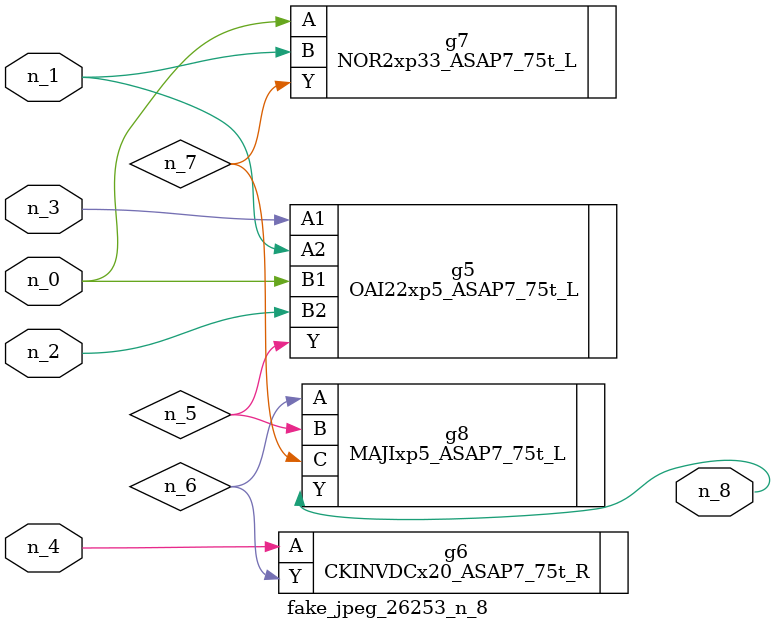
<source format=v>
module fake_jpeg_26253_n_8 (n_3, n_2, n_1, n_0, n_4, n_8);

input n_3;
input n_2;
input n_1;
input n_0;
input n_4;

output n_8;

wire n_6;
wire n_5;
wire n_7;

OAI22xp5_ASAP7_75t_L g5 ( 
.A1(n_3),
.A2(n_1),
.B1(n_0),
.B2(n_2),
.Y(n_5)
);

CKINVDCx20_ASAP7_75t_R g6 ( 
.A(n_4),
.Y(n_6)
);

NOR2xp33_ASAP7_75t_L g7 ( 
.A(n_0),
.B(n_1),
.Y(n_7)
);

MAJIxp5_ASAP7_75t_L g8 ( 
.A(n_6),
.B(n_5),
.C(n_7),
.Y(n_8)
);


endmodule
</source>
